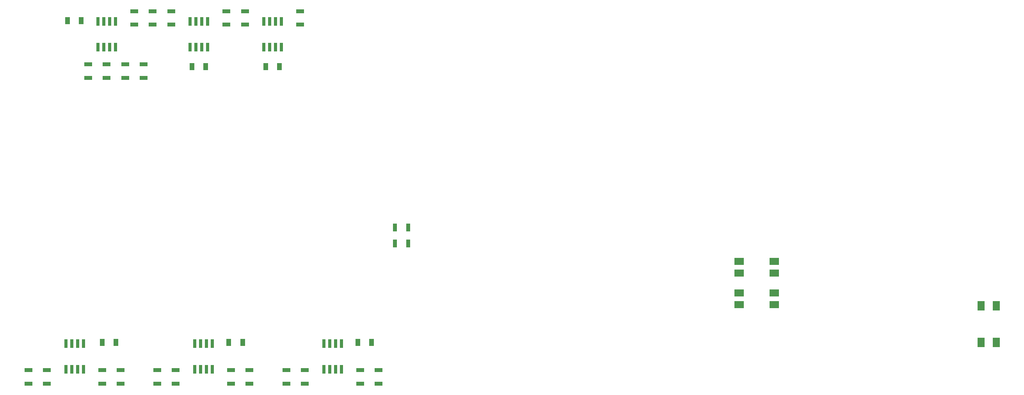
<source format=gbr>
G04 #@! TF.FileFunction,Paste,Top*
%FSLAX46Y46*%
G04 Gerber Fmt 4.6, Leading zero omitted, Abs format (unit mm)*
G04 Created by KiCad (PCBNEW 4.0.5-e0-6337~49~ubuntu16.04.1) date Mon Feb 20 15:27:01 2017*
%MOMM*%
%LPD*%
G01*
G04 APERTURE LIST*
%ADD10C,0.100000*%
%ADD11R,1.700000X0.900000*%
%ADD12R,1.000000X1.600000*%
%ADD13R,1.524000X2.032000*%
%ADD14R,0.640000X1.910000*%
%ADD15R,0.900000X1.700000*%
%ADD16R,2.032000X1.524000*%
G04 APERTURE END LIST*
D10*
D11*
X83000000Y-48900000D03*
X83000000Y-46000000D03*
D12*
X52000000Y-118000000D03*
X55000000Y-118000000D03*
X79500000Y-118000000D03*
X82500000Y-118000000D03*
X107500000Y-118000000D03*
X110500000Y-118000000D03*
X74500000Y-58000000D03*
X71500000Y-58000000D03*
X90500000Y-58000000D03*
X87500000Y-58000000D03*
X44500000Y-48000000D03*
X47500000Y-48000000D03*
D13*
X242698000Y-110000000D03*
X246000000Y-110000000D03*
D14*
X90905000Y-48210000D03*
X89635000Y-48210000D03*
X88365000Y-48210000D03*
X87095000Y-48210000D03*
X87095000Y-53790000D03*
X88365000Y-53790000D03*
X89635000Y-53790000D03*
X90905000Y-53790000D03*
X74905000Y-48210000D03*
X73635000Y-48210000D03*
X72365000Y-48210000D03*
X71095000Y-48210000D03*
X71095000Y-53790000D03*
X72365000Y-53790000D03*
X73635000Y-53790000D03*
X74905000Y-53790000D03*
X51095000Y-53790000D03*
X52365000Y-53790000D03*
X53635000Y-53790000D03*
X54905000Y-53790000D03*
X54905000Y-48210000D03*
X53635000Y-48210000D03*
X52365000Y-48210000D03*
X51095000Y-48210000D03*
X44190000Y-123790000D03*
X45460000Y-123790000D03*
X46730000Y-123790000D03*
X48000000Y-123790000D03*
X48000000Y-118210000D03*
X46730000Y-118210000D03*
X45460000Y-118210000D03*
X44190000Y-118210000D03*
X72095000Y-123790000D03*
X73365000Y-123790000D03*
X74635000Y-123790000D03*
X75905000Y-123790000D03*
X75905000Y-118210000D03*
X74635000Y-118210000D03*
X73365000Y-118210000D03*
X72095000Y-118210000D03*
X100095000Y-123790000D03*
X101365000Y-123790000D03*
X102635000Y-123790000D03*
X103905000Y-123790000D03*
X103905000Y-118210000D03*
X102635000Y-118210000D03*
X101365000Y-118210000D03*
X100095000Y-118210000D03*
D11*
X36000000Y-124000000D03*
X36000000Y-126900000D03*
X40000000Y-124000000D03*
X40000000Y-126900000D03*
X52000000Y-124000000D03*
X52000000Y-126900000D03*
X56000000Y-124000000D03*
X56000000Y-126900000D03*
X64000000Y-124000000D03*
X64000000Y-126900000D03*
X68000000Y-124000000D03*
X68000000Y-126900000D03*
X80000000Y-124000000D03*
X80000000Y-126900000D03*
X84000000Y-124000000D03*
X84000000Y-126900000D03*
X92000000Y-124000000D03*
X92000000Y-126900000D03*
X96000000Y-124000000D03*
X96000000Y-126900000D03*
X108000000Y-124000000D03*
X108000000Y-126900000D03*
X112000000Y-124000000D03*
X112000000Y-126900000D03*
D15*
X118400000Y-96500000D03*
X115500000Y-96500000D03*
D11*
X59000000Y-48900000D03*
X59000000Y-46000000D03*
X67000000Y-48900000D03*
X67000000Y-46000000D03*
X63000000Y-48900000D03*
X63000000Y-46000000D03*
X79000000Y-48900000D03*
X79000000Y-46000000D03*
X95000000Y-48900000D03*
X95000000Y-46000000D03*
X49000000Y-57550000D03*
X49000000Y-60450000D03*
X53000000Y-57550000D03*
X53000000Y-60450000D03*
X57000000Y-57550000D03*
X57000000Y-60450000D03*
X61000000Y-57550000D03*
X61000000Y-60450000D03*
D15*
X118400000Y-93000000D03*
X115500000Y-93000000D03*
D16*
X190190000Y-107190000D03*
X190190000Y-109730000D03*
X197810000Y-109730000D03*
X197810000Y-107190000D03*
D13*
X242698000Y-118000000D03*
X246000000Y-118000000D03*
D16*
X190190000Y-100390000D03*
X190190000Y-102930000D03*
X197810000Y-102930000D03*
X197810000Y-100390000D03*
M02*

</source>
